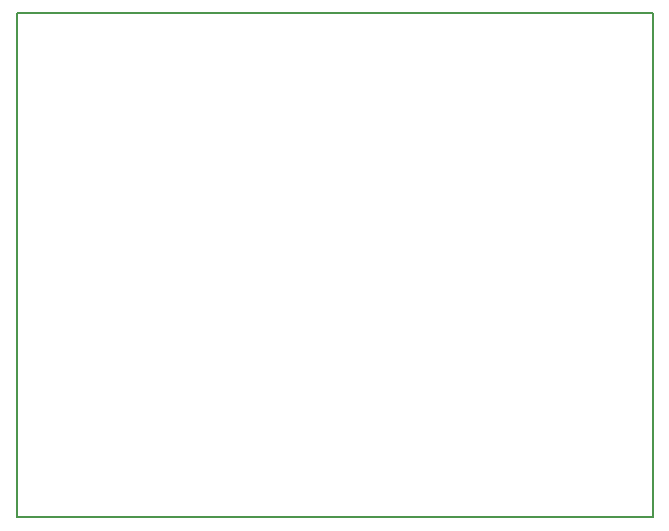
<source format=gko>
G04 #@! TF.FileFunction,Profile,NP*
%FSLAX46Y46*%
G04 Gerber Fmt 4.6, Leading zero omitted, Abs format (unit mm)*
G04 Created by KiCad (PCBNEW 4.0.2-stable) date 8/12/2016 8:24:09 AM*
%MOMM*%
G01*
G04 APERTURE LIST*
%ADD10C,0.100000*%
%ADD11C,0.150000*%
G04 APERTURE END LIST*
D10*
D11*
X198120000Y-54864000D02*
X198120000Y-97536000D01*
X251968000Y-54864000D02*
X198120000Y-54864000D01*
X251968000Y-57912000D02*
X251968000Y-54864000D01*
X251968000Y-97536000D02*
X251968000Y-57912000D01*
X198120000Y-97536000D02*
X251968000Y-97536000D01*
M02*

</source>
